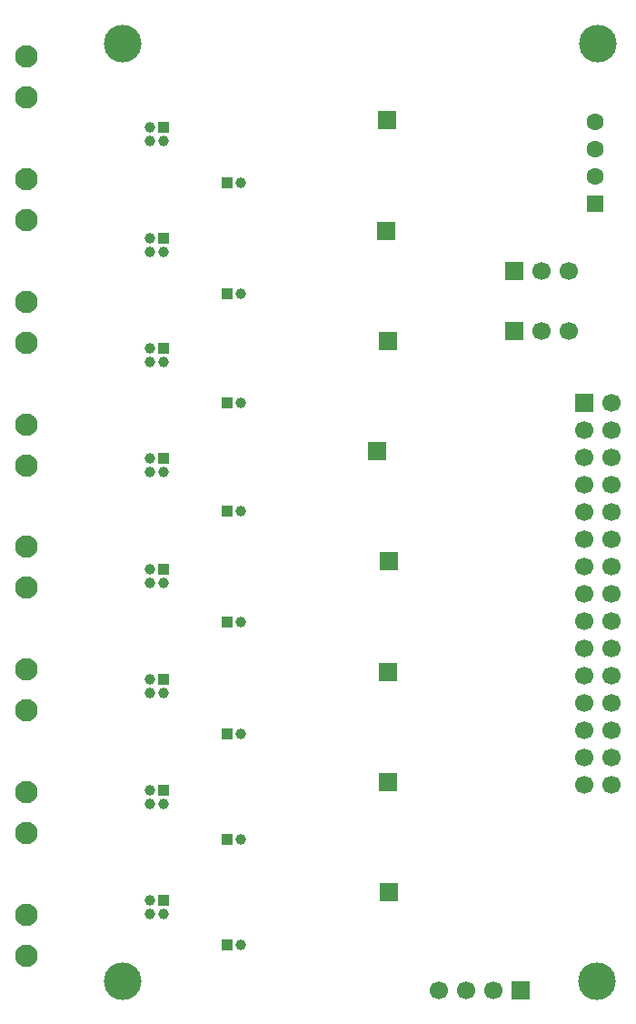
<source format=gbr>
%TF.GenerationSoftware,KiCad,Pcbnew,9.0.2*%
%TF.CreationDate,2025-07-04T16:18:25+10:00*%
%TF.ProjectId,v8a_equip_digital_in_iso,7638615f-6571-4756-9970-5f6469676974,rev?*%
%TF.SameCoordinates,Original*%
%TF.FileFunction,Soldermask,Bot*%
%TF.FilePolarity,Negative*%
%FSLAX46Y46*%
G04 Gerber Fmt 4.6, Leading zero omitted, Abs format (unit mm)*
G04 Created by KiCad (PCBNEW 9.0.2) date 2025-07-04 16:18:25*
%MOMM*%
%LPD*%
G01*
G04 APERTURE LIST*
%ADD10C,2.100000*%
%ADD11R,1.700000X1.700000*%
%ADD12C,1.700000*%
%ADD13C,3.500000*%
%ADD14R,1.000000X1.000000*%
%ADD15C,1.000000*%
%ADD16R,1.600000X1.600000*%
%ADD17C,1.600000*%
G04 APERTURE END LIST*
D10*
%TO.C,J33*%
X3000000Y-88950800D03*
X3000000Y-85140800D03*
%TD*%
D11*
%TO.C,J31*%
X36753800Y-83058000D03*
%TD*%
%TO.C,J2*%
X36576000Y-11176000D03*
%TD*%
%TO.C,JP2*%
X48463200Y-30759400D03*
D12*
X51003200Y-30759400D03*
X53543200Y-30759400D03*
%TD*%
D10*
%TO.C,J28*%
X3000000Y-77535314D03*
X3000000Y-73725314D03*
%TD*%
D11*
%TO.C,J13*%
X54991000Y-37465000D03*
D12*
X57531000Y-37465000D03*
X54991000Y-40005000D03*
X57531000Y-40005000D03*
X54991000Y-42545000D03*
X57531000Y-42545000D03*
X54991000Y-45085000D03*
X57531000Y-45085000D03*
X54991000Y-47625000D03*
X57531000Y-47625000D03*
X54991000Y-50165000D03*
X57531000Y-50165000D03*
X54991000Y-52705000D03*
X57531000Y-52705000D03*
X54991000Y-55245000D03*
X57531000Y-55245000D03*
X54991000Y-57785000D03*
X57531000Y-57785000D03*
X54991000Y-60325000D03*
X57531000Y-60325000D03*
X54991000Y-62865000D03*
X57531000Y-62865000D03*
X54991000Y-65405000D03*
X57531000Y-65405000D03*
X54991000Y-67945000D03*
X57531000Y-67945000D03*
X54991000Y-70485000D03*
X57531000Y-70485000D03*
X54991000Y-73025000D03*
X57531000Y-73025000D03*
%TD*%
D10*
%TO.C,J20*%
X3000000Y-54704343D03*
X3000000Y-50894343D03*
%TD*%
D13*
%TO.C,H4*%
X56184800Y-91287600D03*
%TD*%
D11*
%TO.C,J6*%
X36550600Y-21444857D03*
%TD*%
D14*
%TO.C,J17*%
X21717000Y-47523400D03*
D15*
X22987000Y-47523400D03*
%TD*%
D11*
%TO.C,J9*%
X36652200Y-31713714D03*
%TD*%
D14*
%TO.C,J30*%
X15759263Y-83820000D03*
D15*
X15759263Y-85090000D03*
X14489263Y-83820000D03*
X14489263Y-85090000D03*
%TD*%
D14*
%TO.C,J22*%
X15773400Y-63246000D03*
D15*
X15773400Y-64516000D03*
X14503400Y-63246000D03*
X14503400Y-64516000D03*
%TD*%
D14*
%TO.C,J26*%
X15748000Y-73507600D03*
D15*
X15748000Y-74777600D03*
X14478000Y-73507600D03*
X14478000Y-74777600D03*
%TD*%
D16*
%TO.C,U2*%
X55956200Y-18948400D03*
D17*
X55956200Y-16408400D03*
X55956200Y-13868400D03*
X55956200Y-11328400D03*
%TD*%
D10*
%TO.C,J24*%
X3000000Y-66119829D03*
X3000000Y-62309829D03*
%TD*%
D14*
%TO.C,J18*%
X15748000Y-52984400D03*
D15*
X15748000Y-54254400D03*
X14478000Y-52984400D03*
X14478000Y-54254400D03*
%TD*%
D11*
%TO.C,JP1*%
X48463200Y-25222200D03*
D12*
X51003200Y-25222200D03*
X53543200Y-25222200D03*
%TD*%
D14*
%TO.C,J8*%
X21717000Y-27279600D03*
D15*
X22987000Y-27279600D03*
%TD*%
D14*
%TO.C,J7*%
X15759263Y-22132982D03*
D15*
X15759263Y-23402982D03*
X14489263Y-22132982D03*
X14489263Y-23402982D03*
%TD*%
D10*
%TO.C,J10*%
X3000000Y-31873371D03*
X3000000Y-28063371D03*
%TD*%
D11*
%TO.C,CON2*%
X49072800Y-92176600D03*
D12*
X46532800Y-92176600D03*
X43992800Y-92176600D03*
X41452800Y-92176600D03*
%TD*%
D11*
%TO.C,J15*%
X35661600Y-41935400D03*
%TD*%
D10*
%TO.C,J16*%
X3000000Y-43288857D03*
X3000000Y-39478857D03*
%TD*%
D14*
%TO.C,J14*%
X15759263Y-42663439D03*
D15*
X15759263Y-43933439D03*
X14489263Y-42663439D03*
X14489263Y-43933439D03*
%TD*%
D13*
%TO.C,H2*%
X56235600Y-4007600D03*
%TD*%
D11*
%TO.C,J23*%
X36703000Y-62520286D03*
%TD*%
%TO.C,J27*%
X36677600Y-72789143D03*
%TD*%
D14*
%TO.C,J21*%
X21742400Y-57861200D03*
D15*
X23012400Y-57861200D03*
%TD*%
D10*
%TO.C,J5*%
X3000000Y-20457886D03*
X3000000Y-16647886D03*
%TD*%
D14*
%TO.C,J3*%
X15759263Y-11867753D03*
D15*
X15759263Y-13137753D03*
X14489263Y-11867753D03*
X14489263Y-13137753D03*
%TD*%
D14*
%TO.C,J32*%
X21717000Y-87909400D03*
D15*
X22987000Y-87909400D03*
%TD*%
D14*
%TO.C,J12*%
X21717000Y-37490400D03*
D15*
X22987000Y-37490400D03*
%TD*%
D13*
%TO.C,H1*%
X12000000Y-4007600D03*
%TD*%
D14*
%TO.C,J4*%
X21717000Y-16992600D03*
D15*
X22987000Y-16992600D03*
%TD*%
D13*
%TO.C,H3*%
X12000000Y-91287600D03*
%TD*%
D14*
%TO.C,J29*%
X21717000Y-78130400D03*
D15*
X22987000Y-78130400D03*
%TD*%
D11*
%TO.C,J19*%
X36753800Y-52251429D03*
%TD*%
D14*
%TO.C,J25*%
X21717000Y-68300600D03*
D15*
X22987000Y-68300600D03*
%TD*%
D10*
%TO.C,J1*%
X3000000Y-9042400D03*
X3000000Y-5232400D03*
%TD*%
D14*
%TO.C,J11*%
X15759263Y-32398210D03*
D15*
X15759263Y-33668210D03*
X14489263Y-32398210D03*
X14489263Y-33668210D03*
%TD*%
M02*

</source>
